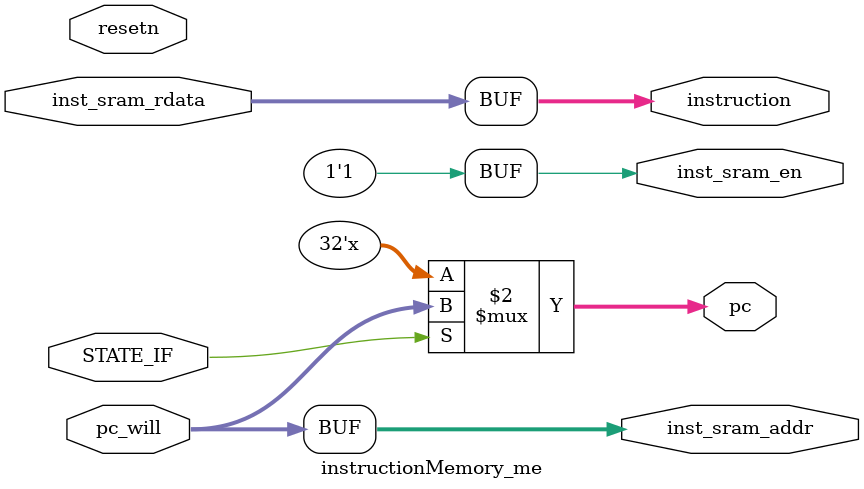
<source format=v>
module instructionMemory_me (
    output inst_sram_en,
    output [31:0] inst_sram_addr,
    input [31:0] inst_sram_rdata,

    input STATE_IF,
    input resetn,

    input [31:0] pc_will,
    output [31:0] instruction,
    output reg [31:0] pc
);

assign inst_sram_en = 1'b1;
assign inst_sram_addr = pc_will;

assign instruction = inst_sram_rdata;

always @ (*) begin
    if (STATE_IF) begin
        pc <= pc_will;
    end
end

endmodule
</source>
